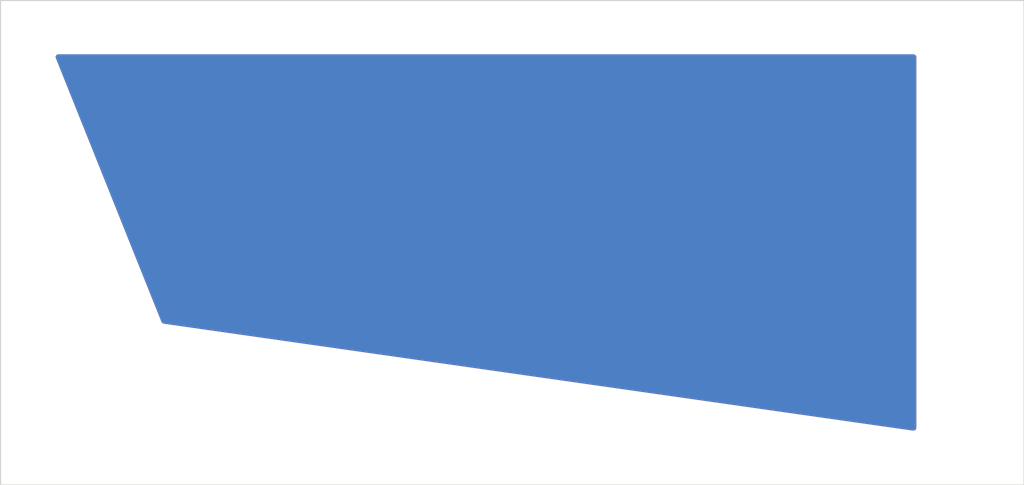
<source format=kicad_pcb>
(kicad_pcb
	(version 20240108)
	(generator "pcbnew")
	(generator_version "8.0")
	(general
		(thickness 1.6)
		(legacy_teardrops no)
	)
	(paper "A4")
	(layers
		(0 "F.Cu" signal)
		(31 "B.Cu" signal)
		(32 "B.Adhes" user "B.Adhesive")
		(33 "F.Adhes" user "F.Adhesive")
		(34 "B.Paste" user)
		(35 "F.Paste" user)
		(36 "B.SilkS" user "B.Silkscreen")
		(37 "F.SilkS" user "F.Silkscreen")
		(38 "B.Mask" user)
		(39 "F.Mask" user)
		(40 "Dwgs.User" user "User.Drawings")
		(41 "Cmts.User" user "User.Comments")
		(42 "Eco1.User" user "User.Eco1")
		(43 "Eco2.User" user "User.Eco2")
		(44 "Edge.Cuts" user)
		(45 "Margin" user)
		(46 "B.CrtYd" user "B.Courtyard")
		(47 "F.CrtYd" user "F.Courtyard")
		(48 "B.Fab" user)
		(49 "F.Fab" user)
		(50 "User.1" user)
		(51 "User.2" user)
		(52 "User.3" user)
		(53 "User.4" user)
		(54 "User.5" user)
		(55 "User.6" user)
		(56 "User.7" user)
		(57 "User.8" user)
		(58 "User.9" user)
	)
	(setup
		(pad_to_mask_clearance 0)
		(allow_soldermask_bridges_in_footprints no)
		(pcbplotparams
			(layerselection 0x00010fc_ffffffff)
			(plot_on_all_layers_selection 0x0000000_00000000)
			(disableapertmacros no)
			(usegerberextensions no)
			(usegerberattributes yes)
			(usegerberadvancedattributes yes)
			(creategerberjobfile yes)
			(dashed_line_dash_ratio 12.000000)
			(dashed_line_gap_ratio 3.000000)
			(svgprecision 4)
			(plotframeref no)
			(viasonmask no)
			(mode 1)
			(useauxorigin no)
			(hpglpennumber 1)
			(hpglpenspeed 20)
			(hpglpendiameter 15.000000)
			(pdf_front_fp_property_popups yes)
			(pdf_back_fp_property_popups yes)
			(dxfpolygonmode yes)
			(dxfimperialunits yes)
			(dxfusepcbnewfont yes)
			(psnegative no)
			(psa4output no)
			(plotreference yes)
			(plotvalue yes)
			(plotfptext yes)
			(plotinvisibletext no)
			(sketchpadsonfab no)
			(subtractmaskfromsilk no)
			(outputformat 1)
			(mirror no)
			(drillshape 1)
			(scaleselection 1)
			(outputdirectory "")
		)
	)
	(net 0 "")
	(gr_rect
		(start 101.6 45.72)
		(end 149.86 68.58)
		(stroke
			(width 0.05)
			(type default)
		)
		(fill none)
		(layer "Edge.Cuts")
		(uuid "b82ec31c-7051-4d6f-849f-f25357552d20")
	)
	(zone
		(net 0)
		(net_name "")
		(layers "*.Cu")
		(uuid "c08cf455-67ff-46c0-bce3-3d02bab9704e")
		(hatch edge 0.5)
		(connect_pads
			(clearance 0.5)
		)
		(min_thickness 0.25)
		(filled_areas_thickness no)
		(fill yes
			(thermal_gap 0.5)
			(thermal_bridge_width 0.5)
			(island_removal_mode 1)
			(island_area_min 10)
		)
		(polygon
			(pts
				(xy 104.14 48.26) (xy 144.78 48.26) (xy 144.78 66.04) (xy 109.22 60.96)
			)
		)
		(filled_polygon
			(layer "F.Cu")
			(island)
			(pts
				(xy 144.723039 48.279685) (xy 144.768794 48.332489) (xy 144.78 48.384) (xy 144.78 65.897026) (xy 144.760315 65.964065)
				(xy 144.707511 66.00982) (xy 144.638464 66.01978) (xy 109.290969 60.970138) (xy 109.227387 60.94117)
				(xy 109.193374 60.893436) (xy 104.208021 48.430052) (xy 104.2014 48.360497) (xy 104.233434 48.298404)
				(xy 104.293953 48.263487) (xy 104.323152 48.26) (xy 144.656 48.26)
			)
		)
		(filled_polygon
			(layer "B.Cu")
			(island)
			(pts
				(xy 144.723039 48.279685) (xy 144.768794 48.332489) (xy 144.78 48.384) (xy 144.78 65.897026) (xy 144.760315 65.964065)
				(xy 144.707511 66.00982) (xy 144.638464 66.01978) (xy 109.290969 60.970138) (xy 109.227387 60.94117)
				(xy 109.193374 60.893436) (xy 104.208021 48.430052) (xy 104.2014 48.360497) (xy 104.233434 48.298404)
				(xy 104.293953 48.263487) (xy 104.323152 48.26) (xy 144.656 48.26)
			)
		)
	)
)
</source>
